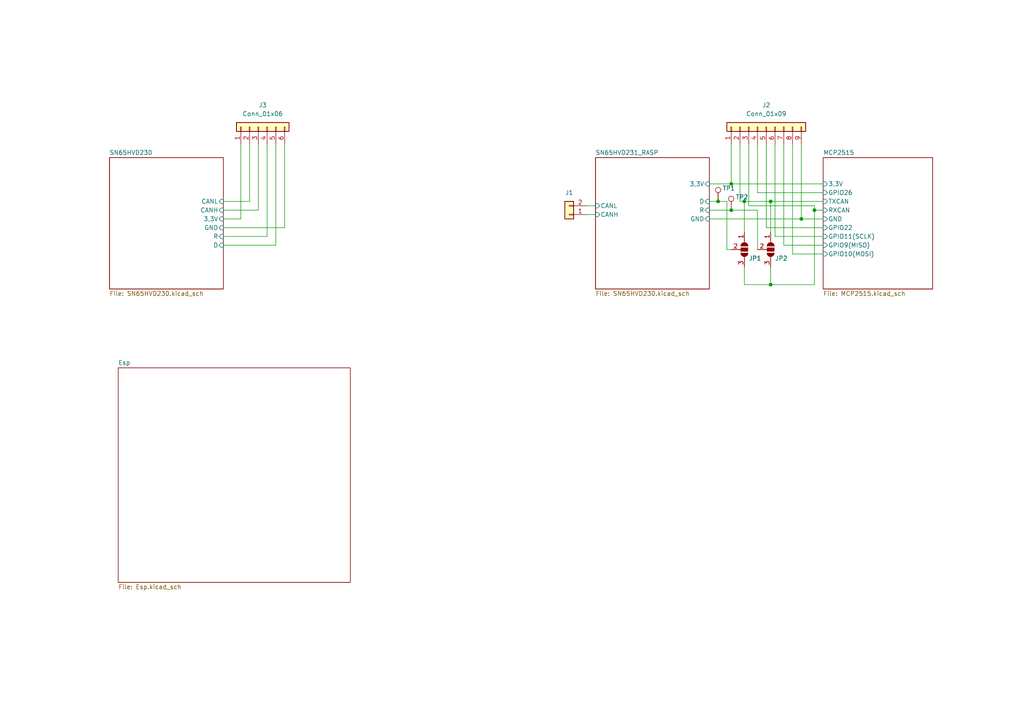
<source format=kicad_sch>
(kicad_sch (version 20230121) (generator eeschema)

  (uuid 194c8d0e-bdc2-41bf-880c-a2be7e4b7daa)

  (paper "A4")

  (lib_symbols
    (symbol "Connector:TestPoint" (pin_numbers hide) (pin_names (offset 0.762) hide) (in_bom yes) (on_board yes)
      (property "Reference" "TP" (at 0 6.858 0)
        (effects (font (size 1.27 1.27)))
      )
      (property "Value" "TestPoint" (at 0 5.08 0)
        (effects (font (size 1.27 1.27)))
      )
      (property "Footprint" "" (at 5.08 0 0)
        (effects (font (size 1.27 1.27)) hide)
      )
      (property "Datasheet" "~" (at 5.08 0 0)
        (effects (font (size 1.27 1.27)) hide)
      )
      (property "ki_keywords" "test point tp" (at 0 0 0)
        (effects (font (size 1.27 1.27)) hide)
      )
      (property "ki_description" "test point" (at 0 0 0)
        (effects (font (size 1.27 1.27)) hide)
      )
      (property "ki_fp_filters" "Pin* Test*" (at 0 0 0)
        (effects (font (size 1.27 1.27)) hide)
      )
      (symbol "TestPoint_0_1"
        (circle (center 0 3.302) (radius 0.762)
          (stroke (width 0) (type default))
          (fill (type none))
        )
      )
      (symbol "TestPoint_1_1"
        (pin passive line (at 0 0 90) (length 2.54)
          (name "1" (effects (font (size 1.27 1.27))))
          (number "1" (effects (font (size 1.27 1.27))))
        )
      )
    )
    (symbol "Connector_Generic:Conn_01x02" (pin_names (offset 1.016) hide) (in_bom yes) (on_board yes)
      (property "Reference" "J" (at 0 2.54 0)
        (effects (font (size 1.27 1.27)))
      )
      (property "Value" "Conn_01x02" (at 0 -5.08 0)
        (effects (font (size 1.27 1.27)))
      )
      (property "Footprint" "" (at 0 0 0)
        (effects (font (size 1.27 1.27)) hide)
      )
      (property "Datasheet" "~" (at 0 0 0)
        (effects (font (size 1.27 1.27)) hide)
      )
      (property "ki_keywords" "connector" (at 0 0 0)
        (effects (font (size 1.27 1.27)) hide)
      )
      (property "ki_description" "Generic connector, single row, 01x02, script generated (kicad-library-utils/schlib/autogen/connector/)" (at 0 0 0)
        (effects (font (size 1.27 1.27)) hide)
      )
      (property "ki_fp_filters" "Connector*:*_1x??_*" (at 0 0 0)
        (effects (font (size 1.27 1.27)) hide)
      )
      (symbol "Conn_01x02_1_1"
        (rectangle (start -1.27 -2.413) (end 0 -2.667)
          (stroke (width 0.1524) (type default))
          (fill (type none))
        )
        (rectangle (start -1.27 0.127) (end 0 -0.127)
          (stroke (width 0.1524) (type default))
          (fill (type none))
        )
        (rectangle (start -1.27 1.27) (end 1.27 -3.81)
          (stroke (width 0.254) (type default))
          (fill (type background))
        )
        (pin passive line (at -5.08 0 0) (length 3.81)
          (name "Pin_1" (effects (font (size 1.27 1.27))))
          (number "1" (effects (font (size 1.27 1.27))))
        )
        (pin passive line (at -5.08 -2.54 0) (length 3.81)
          (name "Pin_2" (effects (font (size 1.27 1.27))))
          (number "2" (effects (font (size 1.27 1.27))))
        )
      )
    )
    (symbol "Connector_Generic:Conn_01x06" (pin_names (offset 1.016) hide) (in_bom yes) (on_board yes)
      (property "Reference" "J" (at 0 7.62 0)
        (effects (font (size 1.27 1.27)))
      )
      (property "Value" "Conn_01x06" (at 0 -10.16 0)
        (effects (font (size 1.27 1.27)))
      )
      (property "Footprint" "" (at 0 0 0)
        (effects (font (size 1.27 1.27)) hide)
      )
      (property "Datasheet" "~" (at 0 0 0)
        (effects (font (size 1.27 1.27)) hide)
      )
      (property "ki_keywords" "connector" (at 0 0 0)
        (effects (font (size 1.27 1.27)) hide)
      )
      (property "ki_description" "Generic connector, single row, 01x06, script generated (kicad-library-utils/schlib/autogen/connector/)" (at 0 0 0)
        (effects (font (size 1.27 1.27)) hide)
      )
      (property "ki_fp_filters" "Connector*:*_1x??_*" (at 0 0 0)
        (effects (font (size 1.27 1.27)) hide)
      )
      (symbol "Conn_01x06_1_1"
        (rectangle (start -1.27 -7.493) (end 0 -7.747)
          (stroke (width 0.1524) (type default))
          (fill (type none))
        )
        (rectangle (start -1.27 -4.953) (end 0 -5.207)
          (stroke (width 0.1524) (type default))
          (fill (type none))
        )
        (rectangle (start -1.27 -2.413) (end 0 -2.667)
          (stroke (width 0.1524) (type default))
          (fill (type none))
        )
        (rectangle (start -1.27 0.127) (end 0 -0.127)
          (stroke (width 0.1524) (type default))
          (fill (type none))
        )
        (rectangle (start -1.27 2.667) (end 0 2.413)
          (stroke (width 0.1524) (type default))
          (fill (type none))
        )
        (rectangle (start -1.27 5.207) (end 0 4.953)
          (stroke (width 0.1524) (type default))
          (fill (type none))
        )
        (rectangle (start -1.27 6.35) (end 1.27 -8.89)
          (stroke (width 0.254) (type default))
          (fill (type background))
        )
        (pin passive line (at -5.08 5.08 0) (length 3.81)
          (name "Pin_1" (effects (font (size 1.27 1.27))))
          (number "1" (effects (font (size 1.27 1.27))))
        )
        (pin passive line (at -5.08 2.54 0) (length 3.81)
          (name "Pin_2" (effects (font (size 1.27 1.27))))
          (number "2" (effects (font (size 1.27 1.27))))
        )
        (pin passive line (at -5.08 0 0) (length 3.81)
          (name "Pin_3" (effects (font (size 1.27 1.27))))
          (number "3" (effects (font (size 1.27 1.27))))
        )
        (pin passive line (at -5.08 -2.54 0) (length 3.81)
          (name "Pin_4" (effects (font (size 1.27 1.27))))
          (number "4" (effects (font (size 1.27 1.27))))
        )
        (pin passive line (at -5.08 -5.08 0) (length 3.81)
          (name "Pin_5" (effects (font (size 1.27 1.27))))
          (number "5" (effects (font (size 1.27 1.27))))
        )
        (pin passive line (at -5.08 -7.62 0) (length 3.81)
          (name "Pin_6" (effects (font (size 1.27 1.27))))
          (number "6" (effects (font (size 1.27 1.27))))
        )
      )
    )
    (symbol "Connector_Generic:Conn_01x09" (pin_names (offset 1.016) hide) (in_bom yes) (on_board yes)
      (property "Reference" "J" (at 0 12.7 0)
        (effects (font (size 1.27 1.27)))
      )
      (property "Value" "Conn_01x09" (at 0 -12.7 0)
        (effects (font (size 1.27 1.27)))
      )
      (property "Footprint" "" (at 0 0 0)
        (effects (font (size 1.27 1.27)) hide)
      )
      (property "Datasheet" "~" (at 0 0 0)
        (effects (font (size 1.27 1.27)) hide)
      )
      (property "ki_keywords" "connector" (at 0 0 0)
        (effects (font (size 1.27 1.27)) hide)
      )
      (property "ki_description" "Generic connector, single row, 01x09, script generated (kicad-library-utils/schlib/autogen/connector/)" (at 0 0 0)
        (effects (font (size 1.27 1.27)) hide)
      )
      (property "ki_fp_filters" "Connector*:*_1x??_*" (at 0 0 0)
        (effects (font (size 1.27 1.27)) hide)
      )
      (symbol "Conn_01x09_1_1"
        (rectangle (start -1.27 -10.033) (end 0 -10.287)
          (stroke (width 0.1524) (type default))
          (fill (type none))
        )
        (rectangle (start -1.27 -7.493) (end 0 -7.747)
          (stroke (width 0.1524) (type default))
          (fill (type none))
        )
        (rectangle (start -1.27 -4.953) (end 0 -5.207)
          (stroke (width 0.1524) (type default))
          (fill (type none))
        )
        (rectangle (start -1.27 -2.413) (end 0 -2.667)
          (stroke (width 0.1524) (type default))
          (fill (type none))
        )
        (rectangle (start -1.27 0.127) (end 0 -0.127)
          (stroke (width 0.1524) (type default))
          (fill (type none))
        )
        (rectangle (start -1.27 2.667) (end 0 2.413)
          (stroke (width 0.1524) (type default))
          (fill (type none))
        )
        (rectangle (start -1.27 5.207) (end 0 4.953)
          (stroke (width 0.1524) (type default))
          (fill (type none))
        )
        (rectangle (start -1.27 7.747) (end 0 7.493)
          (stroke (width 0.1524) (type default))
          (fill (type none))
        )
        (rectangle (start -1.27 10.287) (end 0 10.033)
          (stroke (width 0.1524) (type default))
          (fill (type none))
        )
        (rectangle (start -1.27 11.43) (end 1.27 -11.43)
          (stroke (width 0.254) (type default))
          (fill (type background))
        )
        (pin passive line (at -5.08 10.16 0) (length 3.81)
          (name "Pin_1" (effects (font (size 1.27 1.27))))
          (number "1" (effects (font (size 1.27 1.27))))
        )
        (pin passive line (at -5.08 7.62 0) (length 3.81)
          (name "Pin_2" (effects (font (size 1.27 1.27))))
          (number "2" (effects (font (size 1.27 1.27))))
        )
        (pin passive line (at -5.08 5.08 0) (length 3.81)
          (name "Pin_3" (effects (font (size 1.27 1.27))))
          (number "3" (effects (font (size 1.27 1.27))))
        )
        (pin passive line (at -5.08 2.54 0) (length 3.81)
          (name "Pin_4" (effects (font (size 1.27 1.27))))
          (number "4" (effects (font (size 1.27 1.27))))
        )
        (pin passive line (at -5.08 0 0) (length 3.81)
          (name "Pin_5" (effects (font (size 1.27 1.27))))
          (number "5" (effects (font (size 1.27 1.27))))
        )
        (pin passive line (at -5.08 -2.54 0) (length 3.81)
          (name "Pin_6" (effects (font (size 1.27 1.27))))
          (number "6" (effects (font (size 1.27 1.27))))
        )
        (pin passive line (at -5.08 -5.08 0) (length 3.81)
          (name "Pin_7" (effects (font (size 1.27 1.27))))
          (number "7" (effects (font (size 1.27 1.27))))
        )
        (pin passive line (at -5.08 -7.62 0) (length 3.81)
          (name "Pin_8" (effects (font (size 1.27 1.27))))
          (number "8" (effects (font (size 1.27 1.27))))
        )
        (pin passive line (at -5.08 -10.16 0) (length 3.81)
          (name "Pin_9" (effects (font (size 1.27 1.27))))
          (number "9" (effects (font (size 1.27 1.27))))
        )
      )
    )
    (symbol "Jumper:SolderJumper_3_Open" (pin_names (offset 0) hide) (in_bom yes) (on_board yes)
      (property "Reference" "JP" (at -2.54 -2.54 0)
        (effects (font (size 1.27 1.27)))
      )
      (property "Value" "SolderJumper_3_Open" (at 0 2.794 0)
        (effects (font (size 1.27 1.27)))
      )
      (property "Footprint" "" (at 0 0 0)
        (effects (font (size 1.27 1.27)) hide)
      )
      (property "Datasheet" "~" (at 0 0 0)
        (effects (font (size 1.27 1.27)) hide)
      )
      (property "ki_keywords" "Solder Jumper SPDT" (at 0 0 0)
        (effects (font (size 1.27 1.27)) hide)
      )
      (property "ki_description" "Solder Jumper, 3-pole, open" (at 0 0 0)
        (effects (font (size 1.27 1.27)) hide)
      )
      (property "ki_fp_filters" "SolderJumper*Open*" (at 0 0 0)
        (effects (font (size 1.27 1.27)) hide)
      )
      (symbol "SolderJumper_3_Open_0_1"
        (arc (start -1.016 1.016) (mid -2.0276 0) (end -1.016 -1.016)
          (stroke (width 0) (type default))
          (fill (type none))
        )
        (arc (start -1.016 1.016) (mid -2.0276 0) (end -1.016 -1.016)
          (stroke (width 0) (type default))
          (fill (type outline))
        )
        (rectangle (start -0.508 1.016) (end 0.508 -1.016)
          (stroke (width 0) (type default))
          (fill (type outline))
        )
        (polyline
          (pts
            (xy -2.54 0)
            (xy -2.032 0)
          )
          (stroke (width 0) (type default))
          (fill (type none))
        )
        (polyline
          (pts
            (xy -1.016 1.016)
            (xy -1.016 -1.016)
          )
          (stroke (width 0) (type default))
          (fill (type none))
        )
        (polyline
          (pts
            (xy 0 -1.27)
            (xy 0 -1.016)
          )
          (stroke (width 0) (type default))
          (fill (type none))
        )
        (polyline
          (pts
            (xy 1.016 1.016)
            (xy 1.016 -1.016)
          )
          (stroke (width 0) (type default))
          (fill (type none))
        )
        (polyline
          (pts
            (xy 2.54 0)
            (xy 2.032 0)
          )
          (stroke (width 0) (type default))
          (fill (type none))
        )
        (arc (start 1.016 -1.016) (mid 2.0276 0) (end 1.016 1.016)
          (stroke (width 0) (type default))
          (fill (type none))
        )
        (arc (start 1.016 -1.016) (mid 2.0276 0) (end 1.016 1.016)
          (stroke (width 0) (type default))
          (fill (type outline))
        )
      )
      (symbol "SolderJumper_3_Open_1_1"
        (pin passive line (at -5.08 0 0) (length 2.54)
          (name "A" (effects (font (size 1.27 1.27))))
          (number "1" (effects (font (size 1.27 1.27))))
        )
        (pin passive line (at 0 -3.81 90) (length 2.54)
          (name "C" (effects (font (size 1.27 1.27))))
          (number "2" (effects (font (size 1.27 1.27))))
        )
        (pin passive line (at 5.08 0 180) (length 2.54)
          (name "B" (effects (font (size 1.27 1.27))))
          (number "3" (effects (font (size 1.27 1.27))))
        )
      )
    )
  )

  (junction (at 215.9 58.42) (diameter 0) (color 0 0 0 0)
    (uuid 045aa89c-d925-48f3-9435-4703fb8dc08d)
  )
  (junction (at 223.52 58.42) (diameter 0) (color 0 0 0 0)
    (uuid 2e7289ac-ac3b-438c-875e-1b4c7ada81d4)
  )
  (junction (at 212.09 60.96) (diameter 0) (color 0 0 0 0)
    (uuid 35a01261-a2cc-4c72-90ef-db556560dcd9)
  )
  (junction (at 236.22 60.96) (diameter 0) (color 0 0 0 0)
    (uuid 3f309efb-6bde-4451-9986-c6e2e15d5eb4)
  )
  (junction (at 223.52 82.55) (diameter 0) (color 0 0 0 0)
    (uuid 82b6bac5-5d74-4f98-98ae-ba4f7823ab55)
  )
  (junction (at 212.09 53.34) (diameter 0) (color 0 0 0 0)
    (uuid 97d3fb01-4423-4cb7-8611-4e6f5c849df8)
  )
  (junction (at 208.28 58.42) (diameter 0) (color 0 0 0 0)
    (uuid cfd88f11-b1fd-4e53-9b22-c94fefb27f0a)
  )
  (junction (at 232.41 63.5) (diameter 0) (color 0 0 0 0)
    (uuid ed323303-2f07-4306-ab61-b0cad4c7597d)
  )

  (wire (pts (xy 229.87 73.66) (xy 229.87 41.91))
    (stroke (width 0) (type default))
    (uuid 046a7864-e724-4b12-8337-785ce51e9036)
  )
  (wire (pts (xy 77.47 68.58) (xy 77.47 41.91))
    (stroke (width 0) (type default))
    (uuid 0a9b41ef-1a62-42ec-bf66-900cce3f5437)
  )
  (wire (pts (xy 69.85 63.5) (xy 69.85 41.91))
    (stroke (width 0) (type default))
    (uuid 11a2621e-05a0-4c19-a7a9-126d0a623e1d)
  )
  (wire (pts (xy 223.52 58.42) (xy 238.76 58.42))
    (stroke (width 0) (type default))
    (uuid 14d2d788-f34c-490d-a6da-ae800cec066e)
  )
  (wire (pts (xy 236.22 82.55) (xy 236.22 60.96))
    (stroke (width 0) (type default))
    (uuid 19df9bad-3793-4028-9cc6-7447a5c37f49)
  )
  (wire (pts (xy 170.18 59.69) (xy 172.72 59.69))
    (stroke (width 0) (type default))
    (uuid 1d242ec4-26c2-4b6f-9c75-0530772f5e2c)
  )
  (wire (pts (xy 214.63 41.91) (xy 214.63 58.42))
    (stroke (width 0) (type default))
    (uuid 22c58d7d-edce-4a58-8a64-abeacc5ae36d)
  )
  (wire (pts (xy 212.09 41.91) (xy 212.09 53.34))
    (stroke (width 0) (type default))
    (uuid 23fb0ff0-fe08-4f9a-95ef-75c65f6b38b3)
  )
  (wire (pts (xy 236.22 60.96) (xy 238.76 60.96))
    (stroke (width 0) (type default))
    (uuid 34d0e612-3da4-45a7-b88f-56697d885cb1)
  )
  (wire (pts (xy 217.17 41.91) (xy 217.17 59.69))
    (stroke (width 0) (type default))
    (uuid 39e31fbc-ff8b-4f6f-ae7c-c05ad9342736)
  )
  (wire (pts (xy 224.79 68.58) (xy 224.79 41.91))
    (stroke (width 0) (type default))
    (uuid 3fd1057e-f667-4ac2-b34b-572037e6524c)
  )
  (wire (pts (xy 64.77 71.12) (xy 80.01 71.12))
    (stroke (width 0) (type default))
    (uuid 41bfdbc4-7a01-4ef7-bf75-5a87c74ca30a)
  )
  (wire (pts (xy 64.77 63.5) (xy 69.85 63.5))
    (stroke (width 0) (type default))
    (uuid 43124b52-90a4-4013-8558-f73db4af8eb4)
  )
  (wire (pts (xy 212.09 60.96) (xy 219.71 60.96))
    (stroke (width 0) (type default))
    (uuid 50c3d519-a4a1-45ed-a6ba-867edf7fe7f5)
  )
  (wire (pts (xy 215.9 58.42) (xy 223.52 58.42))
    (stroke (width 0) (type default))
    (uuid 547f4415-e8b9-401a-8650-0b811393dbfe)
  )
  (wire (pts (xy 238.76 55.88) (xy 219.71 55.88))
    (stroke (width 0) (type default))
    (uuid 54d3d7b5-88cc-45af-921f-55addeefa9c9)
  )
  (wire (pts (xy 210.82 58.42) (xy 210.82 72.39))
    (stroke (width 0) (type default))
    (uuid 58771bbd-bbaf-4a53-8363-f80462416334)
  )
  (wire (pts (xy 238.76 73.66) (xy 229.87 73.66))
    (stroke (width 0) (type default))
    (uuid 5b0a9737-2994-495a-a5be-11ca9a135042)
  )
  (wire (pts (xy 74.93 60.96) (xy 74.93 41.91))
    (stroke (width 0) (type default))
    (uuid 623a314f-3689-45ec-a77f-0674fb924026)
  )
  (wire (pts (xy 212.09 53.34) (xy 238.76 53.34))
    (stroke (width 0) (type default))
    (uuid 6332293c-351d-4de7-b076-39af2f93562e)
  )
  (wire (pts (xy 215.9 82.55) (xy 223.52 82.55))
    (stroke (width 0) (type default))
    (uuid 640afcae-ac7d-497c-bace-1ccf2799ffbf)
  )
  (wire (pts (xy 219.71 72.39) (xy 219.71 60.96))
    (stroke (width 0) (type default))
    (uuid 66e35ce9-fd0c-4484-a093-4013bbde59f2)
  )
  (wire (pts (xy 205.74 63.5) (xy 232.41 63.5))
    (stroke (width 0) (type default))
    (uuid 68a87912-cda1-4d84-966e-f70ff7035d73)
  )
  (wire (pts (xy 223.52 82.55) (xy 236.22 82.55))
    (stroke (width 0) (type default))
    (uuid 6997f727-d22f-4a88-a9b7-ac82758774c4)
  )
  (wire (pts (xy 232.41 63.5) (xy 238.76 63.5))
    (stroke (width 0) (type default))
    (uuid 71e3ac9f-9e8c-4534-bd27-137f68f45130)
  )
  (wire (pts (xy 64.77 60.96) (xy 74.93 60.96))
    (stroke (width 0) (type default))
    (uuid 74fad5ef-c32f-40af-a01e-4037730350d3)
  )
  (wire (pts (xy 72.39 41.91) (xy 72.39 58.42))
    (stroke (width 0) (type default))
    (uuid 75cbdcbc-c246-410d-8355-0856ed96c9bd)
  )
  (wire (pts (xy 236.22 59.69) (xy 236.22 60.96))
    (stroke (width 0) (type default))
    (uuid 7f2bf127-0176-4393-93e2-77fadf20aeae)
  )
  (wire (pts (xy 232.41 41.91) (xy 232.41 63.5))
    (stroke (width 0) (type default))
    (uuid 812eafc6-030c-4d5b-b3c6-9d8363f8a77c)
  )
  (wire (pts (xy 215.9 77.47) (xy 215.9 82.55))
    (stroke (width 0) (type default))
    (uuid 81c978d0-192e-4b2f-8081-fab249b653e1)
  )
  (wire (pts (xy 64.77 68.58) (xy 77.47 68.58))
    (stroke (width 0) (type default))
    (uuid 8426e791-e7f5-487a-82ed-d43da853fda0)
  )
  (wire (pts (xy 210.82 72.39) (xy 212.09 72.39))
    (stroke (width 0) (type default))
    (uuid 84bbfef5-073d-435c-8609-47932333cc8a)
  )
  (wire (pts (xy 64.77 58.42) (xy 72.39 58.42))
    (stroke (width 0) (type default))
    (uuid 85b526f4-7b0f-4d26-802e-3efe46a62a56)
  )
  (wire (pts (xy 170.18 62.23) (xy 172.72 62.23))
    (stroke (width 0) (type default))
    (uuid 8839e916-c124-43f8-abb7-38674cf54248)
  )
  (wire (pts (xy 217.17 59.69) (xy 236.22 59.69))
    (stroke (width 0) (type default))
    (uuid 948eea75-26da-4e0f-a520-61f16a015e39)
  )
  (wire (pts (xy 205.74 53.34) (xy 212.09 53.34))
    (stroke (width 0) (type default))
    (uuid 9f83770c-6043-4670-808a-bb33d1d25505)
  )
  (wire (pts (xy 238.76 71.12) (xy 227.33 71.12))
    (stroke (width 0) (type default))
    (uuid a61e4213-76b9-4c17-8aa3-ee63df0fcf30)
  )
  (wire (pts (xy 205.74 58.42) (xy 208.28 58.42))
    (stroke (width 0) (type default))
    (uuid b31fb839-0148-4601-aab8-82c5b49b0ad9)
  )
  (wire (pts (xy 222.25 66.04) (xy 222.25 41.91))
    (stroke (width 0) (type default))
    (uuid b4c3f2f2-693d-44b2-a05c-8f91614c5745)
  )
  (wire (pts (xy 223.52 77.47) (xy 223.52 82.55))
    (stroke (width 0) (type default))
    (uuid b7b90db3-c4f0-4774-99ba-7ef146316e0c)
  )
  (wire (pts (xy 208.28 58.42) (xy 210.82 58.42))
    (stroke (width 0) (type default))
    (uuid ca1d1931-1b96-4790-b177-fce7eefdabfb)
  )
  (wire (pts (xy 238.76 66.04) (xy 222.25 66.04))
    (stroke (width 0) (type default))
    (uuid cbb9509f-77cf-4003-b5c2-8056de553b86)
  )
  (wire (pts (xy 64.77 66.04) (xy 82.55 66.04))
    (stroke (width 0) (type default))
    (uuid cd154cc5-3402-4356-ba86-ba6781be486f)
  )
  (wire (pts (xy 219.71 55.88) (xy 219.71 41.91))
    (stroke (width 0) (type default))
    (uuid d3d40844-8417-4a9d-9e39-16f2c0d70d66)
  )
  (wire (pts (xy 80.01 71.12) (xy 80.01 41.91))
    (stroke (width 0) (type default))
    (uuid d4bb0041-97c0-440f-aff8-3a9e28778ddb)
  )
  (wire (pts (xy 227.33 71.12) (xy 227.33 41.91))
    (stroke (width 0) (type default))
    (uuid dbdcab7d-6d38-400f-ac18-ca9ec9ee9910)
  )
  (wire (pts (xy 82.55 66.04) (xy 82.55 41.91))
    (stroke (width 0) (type default))
    (uuid ddaad0e6-daf6-41f3-8ff8-0dcb72379575)
  )
  (wire (pts (xy 205.74 60.96) (xy 212.09 60.96))
    (stroke (width 0) (type default))
    (uuid e0a5a075-1ac6-4f05-9d2c-7311f6672018)
  )
  (wire (pts (xy 223.52 58.42) (xy 223.52 67.31))
    (stroke (width 0) (type default))
    (uuid e13b9b1e-67f5-4e62-94c4-045fb7c77a52)
  )
  (wire (pts (xy 238.76 68.58) (xy 224.79 68.58))
    (stroke (width 0) (type default))
    (uuid e3293bfd-09b1-4d12-9560-197184968929)
  )
  (wire (pts (xy 215.9 67.31) (xy 215.9 58.42))
    (stroke (width 0) (type default))
    (uuid e63cdd4e-b7fc-43da-a519-011e78096f8b)
  )
  (wire (pts (xy 214.63 58.42) (xy 215.9 58.42))
    (stroke (width 0) (type default))
    (uuid f88d9acd-9c32-4e57-ab00-f99f7c098534)
  )

  (symbol (lib_id "Connector_Generic:Conn_01x06") (at 74.93 36.83 90) (unit 1)
    (in_bom yes) (on_board yes) (dnp no) (fields_autoplaced)
    (uuid 1406c2e9-b7fe-42ea-844c-c1c933b86e48)
    (property "Reference" "J3" (at 76.2 30.48 90)
      (effects (font (size 1.27 1.27)))
    )
    (property "Value" "Conn_01x06" (at 76.2 33.02 90)
      (effects (font (size 1.27 1.27)))
    )
    (property "Footprint" "Connector_PinHeader_2.54mm:PinHeader_1x06_P2.54mm_Vertical" (at 74.93 36.83 0)
      (effects (font (size 1.27 1.27)) hide)
    )
    (property "Datasheet" "~" (at 74.93 36.83 0)
      (effects (font (size 1.27 1.27)) hide)
    )
    (pin "6" (uuid 40f128c0-f41e-427b-87e5-64434c30b0cf))
    (pin "1" (uuid 4772bd7f-1ba5-47e4-9f20-05fbbfb95144))
    (pin "5" (uuid 0f16d5eb-5b5a-4774-938d-ba49853071d5))
    (pin "2" (uuid 6e3b5e7b-a3d4-4907-8c1e-5a57e9633742))
    (pin "3" (uuid 571c8443-919c-44f0-9447-72949bf8b4ef))
    (pin "4" (uuid 8c6929c2-38ae-4540-8fef-98fd8da1656c))
    (instances
      (project "FPCB_Teste"
        (path "/194c8d0e-bdc2-41bf-880c-a2be7e4b7daa"
          (reference "J3") (unit 1)
        )
      )
    )
  )

  (symbol (lib_id "Connector_Generic:Conn_01x09") (at 222.25 36.83 90) (unit 1)
    (in_bom yes) (on_board yes) (dnp no) (fields_autoplaced)
    (uuid 31d27823-7040-4e86-9356-fcb91e54d535)
    (property "Reference" "J2" (at 222.25 30.48 90)
      (effects (font (size 1.27 1.27)))
    )
    (property "Value" "Conn_01x09" (at 222.25 33.02 90)
      (effects (font (size 1.27 1.27)))
    )
    (property "Footprint" "Connector_PinHeader_2.54mm:PinHeader_1x09_P2.54mm_Vertical" (at 222.25 36.83 0)
      (effects (font (size 1.27 1.27)) hide)
    )
    (property "Datasheet" "~" (at 222.25 36.83 0)
      (effects (font (size 1.27 1.27)) hide)
    )
    (pin "5" (uuid 8f7cab0c-b2e8-471a-8045-819b4e800d03))
    (pin "6" (uuid f9f3bf7b-96ff-4e6f-bad6-26eb59323cd0))
    (pin "1" (uuid ccebe3fd-8b3e-40ba-a3d5-bf02c906aea2))
    (pin "2" (uuid 2c9b09cf-8d51-49b4-8f32-ece614d373cc))
    (pin "3" (uuid 7ef6843f-dabd-4ec8-a00e-697eafccc616))
    (pin "4" (uuid 2697d8ca-102e-4f24-aa14-3b4dc9aee0a5))
    (pin "7" (uuid 4aa9126e-738b-4657-b302-ded82440827f))
    (pin "8" (uuid 4f819575-8869-4931-998b-5f5b12e984bc))
    (pin "9" (uuid da1eaa5b-bc3e-4611-8c12-48afc73d5f17))
    (instances
      (project "FPCB_Teste"
        (path "/194c8d0e-bdc2-41bf-880c-a2be7e4b7daa"
          (reference "J2") (unit 1)
        )
      )
    )
  )

  (symbol (lib_id "Jumper:SolderJumper_3_Open") (at 215.9 72.39 270) (unit 1)
    (in_bom yes) (on_board yes) (dnp no)
    (uuid 3a405174-e966-4ada-9162-9000016458c6)
    (property "Reference" "JP1" (at 217.17 74.93 90)
      (effects (font (size 1.27 1.27)) (justify left))
    )
    (property "Value" "SolderJumper_3_Open" (at 218.44 73.66 90)
      (effects (font (size 1.27 1.27)) (justify left) hide)
    )
    (property "Footprint" "Jumper:SolderJumper-3_P1.3mm_Open_RoundedPad1.0x1.5mm" (at 215.9 72.39 0)
      (effects (font (size 1.27 1.27)) hide)
    )
    (property "Datasheet" "~" (at 215.9 72.39 0)
      (effects (font (size 1.27 1.27)) hide)
    )
    (pin "3" (uuid cd8ca50e-0609-4253-a841-40cf58db7f4a))
    (pin "1" (uuid 86746d94-6d2a-496c-88f4-08f6e9d38b24))
    (pin "2" (uuid 1fc7b57f-e607-4062-96eb-cad31eac97fa))
    (instances
      (project "FPCB_Teste"
        (path "/194c8d0e-bdc2-41bf-880c-a2be7e4b7daa"
          (reference "JP1") (unit 1)
        )
      )
    )
  )

  (symbol (lib_id "Jumper:SolderJumper_3_Open") (at 223.52 72.39 270) (unit 1)
    (in_bom yes) (on_board yes) (dnp no)
    (uuid 52d796ec-91db-44b9-982c-19ab39120a50)
    (property "Reference" "JP2" (at 224.79 74.93 90)
      (effects (font (size 1.27 1.27)) (justify left))
    )
    (property "Value" "SolderJumper_3_Open" (at 226.06 73.66 90)
      (effects (font (size 1.27 1.27)) (justify left) hide)
    )
    (property "Footprint" "Jumper:SolderJumper-3_P1.3mm_Open_RoundedPad1.0x1.5mm" (at 223.52 72.39 0)
      (effects (font (size 1.27 1.27)) hide)
    )
    (property "Datasheet" "~" (at 223.52 72.39 0)
      (effects (font (size 1.27 1.27)) hide)
    )
    (pin "3" (uuid 99297b3c-04ff-4134-b437-0249eb68080b))
    (pin "1" (uuid b7116ab8-5070-4469-8b1b-5e6e52a98368))
    (pin "2" (uuid cfdc03cb-38ee-4c0b-a7b1-e2765f97a41b))
    (instances
      (project "FPCB_Teste"
        (path "/194c8d0e-bdc2-41bf-880c-a2be7e4b7daa"
          (reference "JP2") (unit 1)
        )
      )
    )
  )

  (symbol (lib_id "Connector:TestPoint") (at 212.09 60.96 0) (unit 1)
    (in_bom yes) (on_board yes) (dnp no)
    (uuid 74c029ba-cc52-436a-a9d1-c0ecc4b80afa)
    (property "Reference" "TP2" (at 213.36 57.15 0)
      (effects (font (size 1.27 1.27)) (justify left))
    )
    (property "Value" "TestPoint" (at 214.63 58.928 0)
      (effects (font (size 1.27 1.27)) (justify left) hide)
    )
    (property "Footprint" "TestPoint:TestPoint_Pad_D2.0mm" (at 217.17 60.96 0)
      (effects (font (size 1.27 1.27)) hide)
    )
    (property "Datasheet" "~" (at 217.17 60.96 0)
      (effects (font (size 1.27 1.27)) hide)
    )
    (pin "1" (uuid 6a300116-88d6-437c-889c-e7d5b9f6e865))
    (instances
      (project "FPCB_Teste"
        (path "/194c8d0e-bdc2-41bf-880c-a2be7e4b7daa"
          (reference "TP2") (unit 1)
        )
      )
    )
  )

  (symbol (lib_id "Connector_Generic:Conn_01x02") (at 165.1 62.23 180) (unit 1)
    (in_bom yes) (on_board yes) (dnp no) (fields_autoplaced)
    (uuid c93c2c6a-4dd1-4054-ac5f-bdbae802464b)
    (property "Reference" "J1" (at 165.1 55.88 0)
      (effects (font (size 1.27 1.27)))
    )
    (property "Value" "Conn_01x02" (at 162.56 59.69 0)
      (effects (font (size 1.27 1.27)) (justify left) hide)
    )
    (property "Footprint" "Connector_PinHeader_2.54mm:PinHeader_1x02_P2.54mm_Vertical" (at 165.1 62.23 0)
      (effects (font (size 1.27 1.27)) hide)
    )
    (property "Datasheet" "~" (at 165.1 62.23 0)
      (effects (font (size 1.27 1.27)) hide)
    )
    (pin "1" (uuid 57f3ecc8-7a6b-432a-a96e-fc97e0fa665a))
    (pin "2" (uuid 2ddeaefc-268c-4290-a118-5a123469f13d))
    (instances
      (project "FPCB_Teste"
        (path "/194c8d0e-bdc2-41bf-880c-a2be7e4b7daa"
          (reference "J1") (unit 1)
        )
      )
    )
  )

  (symbol (lib_id "Connector:TestPoint") (at 208.28 58.42 0) (unit 1)
    (in_bom yes) (on_board yes) (dnp no)
    (uuid e2c60bbc-aec5-495f-9e62-2beb915477e0)
    (property "Reference" "TP1" (at 209.55 54.61 0)
      (effects (font (size 1.27 1.27)) (justify left))
    )
    (property "Value" "TestPoint" (at 210.82 56.388 0)
      (effects (font (size 1.27 1.27)) (justify left) hide)
    )
    (property "Footprint" "TestPoint:TestPoint_Pad_D2.0mm" (at 213.36 58.42 0)
      (effects (font (size 1.27 1.27)) hide)
    )
    (property "Datasheet" "~" (at 213.36 58.42 0)
      (effects (font (size 1.27 1.27)) hide)
    )
    (pin "1" (uuid 13f91625-95c8-45c2-a31b-6481ed65c6c3))
    (instances
      (project "FPCB_Teste"
        (path "/194c8d0e-bdc2-41bf-880c-a2be7e4b7daa"
          (reference "TP1") (unit 1)
        )
      )
    )
  )

  (sheet (at 34.29 106.68) (size 67.31 62.23) (fields_autoplaced)
    (stroke (width 0.1524) (type solid))
    (fill (color 0 0 0 0.0000))
    (uuid 5f8d7822-c937-4e53-88ad-7e48e8b20e4e)
    (property "Sheetname" "Esp" (at 34.29 105.9684 0)
      (effects (font (size 1.27 1.27)) (justify left bottom))
    )
    (property "Sheetfile" "Esp.kicad_sch" (at 34.29 169.4946 0)
      (effects (font (size 1.27 1.27)) (justify left top))
    )
    (instances
      (project "FPCB_Teste"
        (path "/194c8d0e-bdc2-41bf-880c-a2be7e4b7daa" (page "5"))
      )
    )
  )

  (sheet (at 172.72 45.72) (size 33.02 38.1) (fields_autoplaced)
    (stroke (width 0.1524) (type solid))
    (fill (color 0 0 0 0.0000))
    (uuid 8085f62e-9ab5-446b-8484-9e23a14c5441)
    (property "Sheetname" "SN65HVD231_RASP" (at 172.72 45.0084 0)
      (effects (font (size 1.27 1.27)) (justify left bottom))
    )
    (property "Sheetfile" "SN65HVD230.kicad_sch" (at 172.72 84.4046 0)
      (effects (font (size 1.27 1.27)) (justify left top))
    )
    (pin "CANL" input (at 172.72 59.69 180)
      (effects (font (size 1.27 1.27)) (justify left))
      (uuid 72eac3e4-347b-44f2-8576-dec3f5ba3c4e)
    )
    (pin "CANH" input (at 172.72 62.23 180)
      (effects (font (size 1.27 1.27)) (justify left))
      (uuid a447676b-8d00-4448-ba60-989ecc612d75)
    )
    (pin "3,3V" input (at 205.74 53.34 0)
      (effects (font (size 1.27 1.27)) (justify right))
      (uuid 697484a4-d9cd-40cc-93db-286b0d4a2931)
    )
    (pin "GND" input (at 205.74 63.5 0)
      (effects (font (size 1.27 1.27)) (justify right))
      (uuid a16c8bb3-acd9-4150-ad69-858f32c9105e)
    )
    (pin "R" input (at 205.74 60.96 0)
      (effects (font (size 1.27 1.27)) (justify right))
      (uuid 382c390c-5f4f-4798-b1f5-e804839c45b5)
    )
    (pin "D" input (at 205.74 58.42 0)
      (effects (font (size 1.27 1.27)) (justify right))
      (uuid d9eda200-3f9b-42c2-8356-5eb229bdd8c6)
    )
    (instances
      (project "FPCB_Teste"
        (path "/194c8d0e-bdc2-41bf-880c-a2be7e4b7daa" (page "3"))
      )
    )
  )

  (sheet (at 238.76 45.72) (size 31.75 38.1) (fields_autoplaced)
    (stroke (width 0.1524) (type solid))
    (fill (color 0 0 0 0.0000))
    (uuid a04f7e67-26c1-4373-b22c-e93fe033cf4c)
    (property "Sheetname" "MCP2515" (at 238.76 45.0084 0)
      (effects (font (size 1.27 1.27)) (justify left bottom))
    )
    (property "Sheetfile" "MCP2515.kicad_sch" (at 238.76 84.4046 0)
      (effects (font (size 1.27 1.27)) (justify left top))
    )
    (pin "3,3V" input (at 238.76 53.34 180)
      (effects (font (size 1.27 1.27)) (justify left))
      (uuid 7ea480e6-b856-41c7-bdae-f434de45e1b0)
    )
    (pin "GPIO26" input (at 238.76 55.88 180)
      (effects (font (size 1.27 1.27)) (justify left))
      (uuid c4085249-9b4a-431c-8916-25cf745b0dd6)
    )
    (pin "TXCAN" input (at 238.76 58.42 180)
      (effects (font (size 1.27 1.27)) (justify left))
      (uuid bac17a6a-d058-4931-a8d5-1ada946bf347)
    )
    (pin "RXCAN" input (at 238.76 60.96 180)
      (effects (font (size 1.27 1.27)) (justify left))
      (uuid bea74634-8841-44ba-b8e7-7ed0eff88174)
    )
    (pin "GND" input (at 238.76 63.5 180)
      (effects (font (size 1.27 1.27)) (justify left))
      (uuid d96564b3-6bf6-47e9-80c1-acf27b86e168)
    )
    (pin "GPIO22" input (at 238.76 66.04 180)
      (effects (font (size 1.27 1.27)) (justify left))
      (uuid 3ca56fb5-ec40-41b0-b0bb-761d296f44cf)
    )
    (pin "GPIO11(SCLK)" input (at 238.76 68.58 180)
      (effects (font (size 1.27 1.27)) (justify left))
      (uuid 077262f2-366f-4792-abb4-2aecacc20fb2)
    )
    (pin "GPIO9(MISO)" input (at 238.76 71.12 180)
      (effects (font (size 1.27 1.27)) (justify left))
      (uuid 40bf151a-9415-4632-a19c-06375d92a48a)
    )
    (pin "GPIO10(MOSI)" input (at 238.76 73.66 180)
      (effects (font (size 1.27 1.27)) (justify left))
      (uuid ce4a6a25-0b0b-4149-8c45-2a3c5b306dcf)
    )
    (instances
      (project "FPCB_Teste"
        (path "/194c8d0e-bdc2-41bf-880c-a2be7e4b7daa" (page "4"))
      )
    )
  )

  (sheet (at 31.75 45.72) (size 33.02 38.1) (fields_autoplaced)
    (stroke (width 0.1524) (type solid))
    (fill (color 0 0 0 0.0000))
    (uuid adc0581f-5f32-40bb-83a3-9eb43f08c945)
    (property "Sheetname" "SN65HVD230" (at 31.75 45.0084 0)
      (effects (font (size 1.27 1.27)) (justify left bottom))
    )
    (property "Sheetfile" "SN65HVD230.kicad_sch" (at 31.75 84.4046 0)
      (effects (font (size 1.27 1.27)) (justify left top))
    )
    (pin "CANL" input (at 64.77 58.42 0)
      (effects (font (size 1.27 1.27)) (justify right))
      (uuid 3fff3f2c-7ae3-4d2a-89c8-81b5d1264545)
    )
    (pin "CANH" input (at 64.77 60.96 0)
      (effects (font (size 1.27 1.27)) (justify right))
      (uuid 50771601-e88c-4da2-90e4-df28b72097e8)
    )
    (pin "3,3V" input (at 64.77 63.5 0)
      (effects (font (size 1.27 1.27)) (justify right))
      (uuid fa99661a-2f5b-4f07-bdf9-0489a9947bfd)
    )
    (pin "GND" input (at 64.77 66.04 0)
      (effects (font (size 1.27 1.27)) (justify right))
      (uuid 350ec241-5e65-4ffa-a83f-b23de60e4404)
    )
    (pin "R" input (at 64.77 68.58 0)
      (effects (font (size 1.27 1.27)) (justify right))
      (uuid 71edf4a6-866d-4d86-b65e-1940f9025d5c)
    )
    (pin "D" input (at 64.77 71.12 0)
      (effects (font (size 1.27 1.27)) (justify right))
      (uuid 412d239b-ae62-4ee4-8d11-da79cc1aed5d)
    )
    (instances
      (project "FPCB_Teste"
        (path "/194c8d0e-bdc2-41bf-880c-a2be7e4b7daa" (page "2"))
      )
    )
  )

  (sheet_instances
    (path "/" (page "1"))
  )
)

</source>
